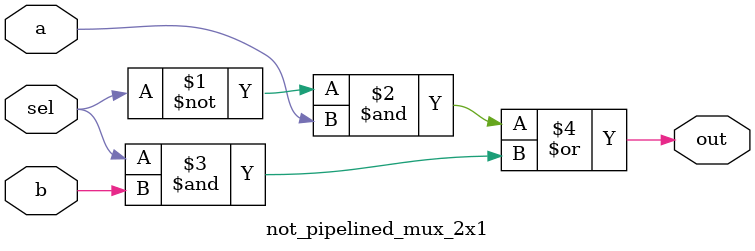
<source format=v>
module mux_2x1(a,b,sel,out,clk);

input a,b,sel,clk;
output out;
wire OUT;

assign OUT= ~sel&a | sel&b;

dff d0(OUT,clk,out);

endmodule // 2x1_mux

module dff(d,clk,q);
input d, clk;
output reg q;

always @ (posedge clk)
begin
q <= d;
end
endmodule

module not_pipelined_mux_2x1(a,b,sel,out);

input a,b,sel;
output out;

assign out= ~sel&a | sel&b;


endmodule // 2x1_mux

</source>
